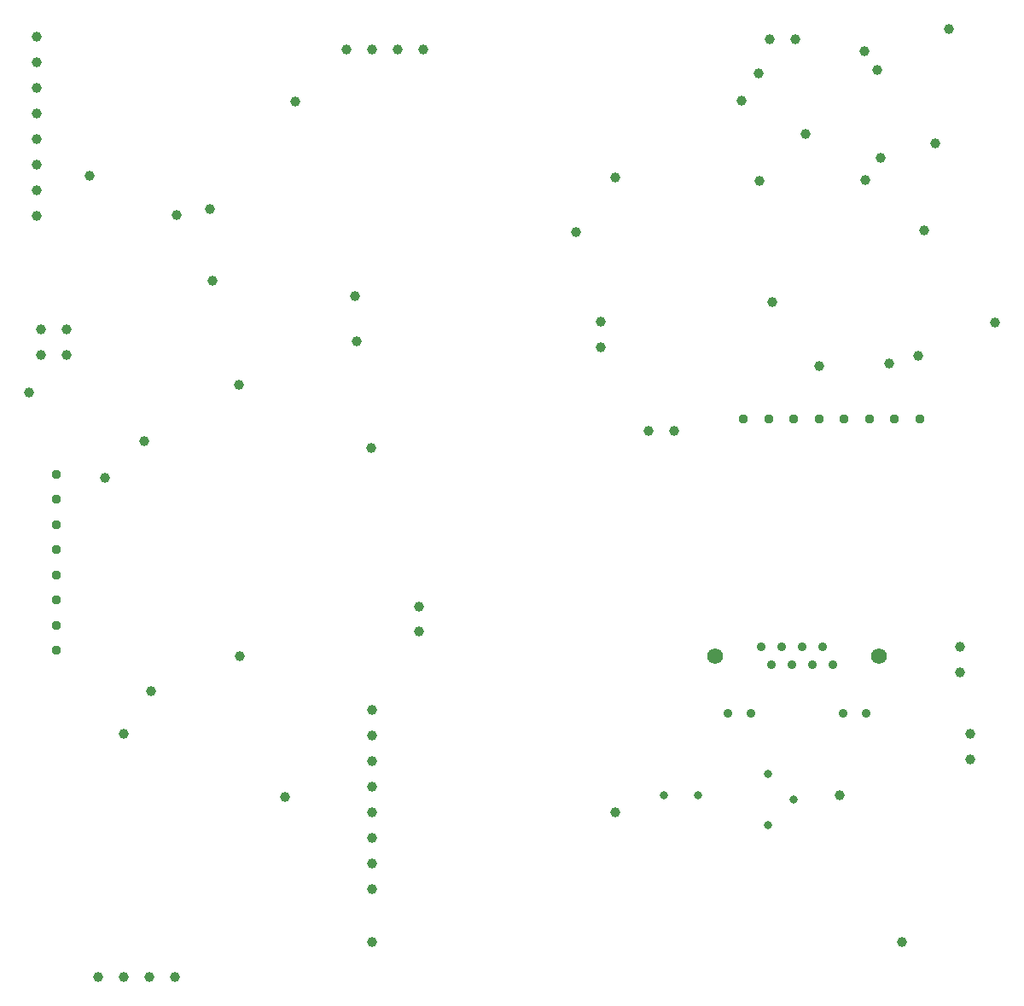
<source format=gbr>
%TF.GenerationSoftware,KiCad,Pcbnew,7.0.9*%
%TF.CreationDate,2023-11-16T02:53:57-05:00*%
%TF.ProjectId,SmartbikeALL,536d6172-7462-4696-9b65-414c4c2e6b69,rev?*%
%TF.SameCoordinates,Original*%
%TF.FileFunction,Plated,1,2,PTH,Drill*%
%TF.FilePolarity,Positive*%
%FSLAX46Y46*%
G04 Gerber Fmt 4.6, Leading zero omitted, Abs format (unit mm)*
G04 Created by KiCad (PCBNEW 7.0.9) date 2023-11-16 02:53:57*
%MOMM*%
%LPD*%
G01*
G04 APERTURE LIST*
%TA.AperFunction,ComponentDrill*%
%ADD10C,0.800000*%
%TD*%
%TA.AperFunction,ComponentDrill*%
%ADD11C,0.890000*%
%TD*%
%TA.AperFunction,ComponentDrill*%
%ADD12C,0.950000*%
%TD*%
%TA.AperFunction,ViaDrill*%
%ADD13C,1.000000*%
%TD*%
%TA.AperFunction,ComponentDrill*%
%ADD14C,1.000000*%
%TD*%
%TA.AperFunction,ComponentDrill*%
%ADD15C,1.570000*%
%TD*%
G04 APERTURE END LIST*
D10*
%TO.C,R12*%
X180488000Y-102640000D03*
X183888000Y-102640000D03*
%TO.C,RV1*%
X190778000Y-100520000D03*
X190778000Y-105600000D03*
X193318000Y-103060000D03*
D11*
%TO.C,J2*%
X186820000Y-94560000D03*
X189110000Y-94560000D03*
X190120000Y-87960000D03*
X191136000Y-89740000D03*
X192152000Y-87960000D03*
X193168000Y-89740000D03*
X194184000Y-87960000D03*
X195200000Y-89740000D03*
X196216000Y-87960000D03*
X197232000Y-89740000D03*
X198250000Y-94560000D03*
X200540000Y-94560000D03*
D12*
%TO.C,JH1*%
X120208000Y-70800000D03*
X120208000Y-73300000D03*
X120208000Y-75800000D03*
X120208000Y-78300000D03*
X120208000Y-80800000D03*
X120208000Y-83300000D03*
X120208000Y-85800000D03*
X120208000Y-88300000D03*
%TO.C,J1*%
X188356800Y-65354000D03*
X190856800Y-65354000D03*
X193356800Y-65354000D03*
X195856800Y-65354000D03*
X198356800Y-65354000D03*
X200856800Y-65354000D03*
X203356800Y-65354000D03*
X205856800Y-65354000D03*
%TD*%
D13*
X117528000Y-62740000D03*
X123528000Y-41220000D03*
X124998000Y-71200000D03*
X126878000Y-96575200D03*
X128938000Y-67490000D03*
X129556900Y-92327100D03*
X132167800Y-45125900D03*
X135438000Y-44528900D03*
X135658000Y-51570000D03*
X138308000Y-61930000D03*
X138426100Y-88901900D03*
X142858000Y-102860000D03*
X143875800Y-33799700D03*
X149828000Y-53160000D03*
X150018500Y-57620000D03*
X151418000Y-68180000D03*
X151488000Y-117200000D03*
X171786000Y-46824000D03*
X175660000Y-41351800D03*
X175690700Y-104333200D03*
X188215100Y-33776500D03*
X189886000Y-31044000D03*
X189976000Y-41734000D03*
X191246000Y-53704000D03*
X194512500Y-37077300D03*
X195860000Y-60090000D03*
X197948800Y-102624000D03*
X200346000Y-28824000D03*
X200445500Y-41604000D03*
X201654900Y-30714633D03*
X201971345Y-39453709D03*
X202845500Y-59787582D03*
X204110491Y-117252491D03*
X205676000Y-59034000D03*
X206326898Y-46616938D03*
X207378300Y-38001700D03*
X208786000Y-26594000D03*
X213299900Y-55718600D03*
D14*
%TO.C,J5*%
X118288000Y-27360000D03*
X118288000Y-29900000D03*
X118288000Y-32440000D03*
X118288000Y-34980000D03*
X118288000Y-37520000D03*
X118288000Y-40060000D03*
X118288000Y-42600000D03*
X118288000Y-45140000D03*
%TO.C,J2*%
X118658000Y-56400000D03*
X118658000Y-58940000D03*
X121198000Y-56400000D03*
X121198000Y-58940000D03*
%TO.C,J6*%
X124338000Y-120700000D03*
X126878000Y-120700000D03*
X129418000Y-120700000D03*
X131958000Y-120700000D03*
%TO.C,J3*%
X148988000Y-28690000D03*
%TO.C,J4*%
X151488000Y-94230000D03*
X151488000Y-96770000D03*
X151488000Y-99310000D03*
X151488000Y-101850000D03*
X151488000Y-104390000D03*
X151488000Y-106930000D03*
X151488000Y-109470000D03*
X151488000Y-112010000D03*
%TO.C,J3*%
X151528000Y-28690000D03*
X154068000Y-28690000D03*
%TO.C,J1*%
X156158000Y-83920000D03*
X156158000Y-86420000D03*
%TO.C,J3*%
X156608000Y-28690000D03*
%TO.C,JP1*%
X174223000Y-55716600D03*
X174223000Y-58216600D03*
%TO.C,J2*%
X178987400Y-66497000D03*
X181487400Y-66497000D03*
%TO.C,BZ1*%
X190956600Y-27660400D03*
X193496600Y-27660400D03*
%TO.C,JP1*%
X209848000Y-87970000D03*
X209848000Y-90470000D03*
%TO.C,J1*%
X210838000Y-96600000D03*
X210838000Y-99100000D03*
D15*
%TO.C,J2*%
X185550000Y-88850000D03*
X201810000Y-88850000D03*
M02*

</source>
